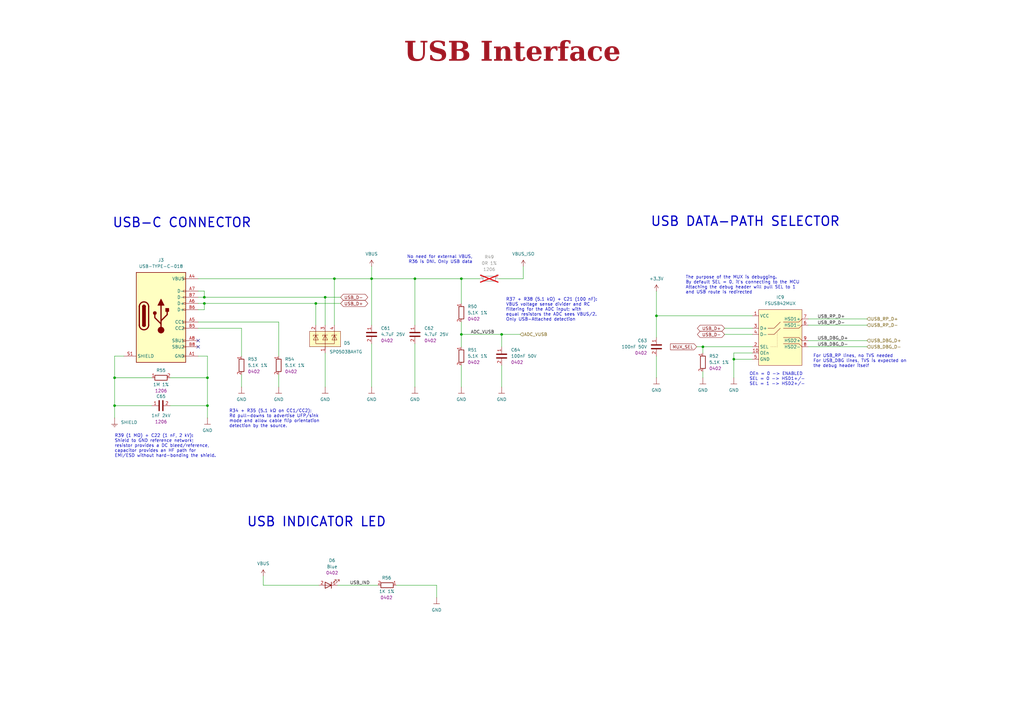
<source format=kicad_sch>
(kicad_sch (version 20250114) (generator "eeschema") (generator_version "9.0")
  (paper "A3")
  (title_block (title "USB Interface") (date "2026-02-05") (rev "1.0.0") (company "DvidMakesThings"))
  (lib_symbols
    (symbol "DS_Capacitor_0402:100nF 50V 0402"
      (property "Reference" "C" (at 3.81 2.032 0))
      (property "Value" "100nF 50V" (at 3.81 0 0))
      (property "FOOTPRINT_SHORT" "0402" (at 3.81 -2.032 0))
      (symbol "100nF 50V 0402_0_1"
        (polyline (pts (xy -2.032 0.762) (xy 2.032 0.762)) (stroke (width 0.508)))
        (polyline (pts (xy -2.032 -0.762) (xy 2.032 -0.762)) (stroke (width 0.508)))
      )
      (symbol "100nF 50V 0402_1_1"
        (pin passive line (at 0 3.81 270) (length 2.794) (name "~") (number "1"))
        (pin passive line (at 0 -3.81 90) (length 2.794) (name "~") (number "2"))
      )
    )
    (symbol "DS_Capacitor_0402:4.7uF 25V 0402"
      (property "Reference" "C" (at 3.81 2.032 0))
      (property "Value" "4.7uF 25V" (at 3.81 0 0))
      (property "FOOTPRINT_SHORT" "0402" (at 3.81 -2.032 0))
      (symbol "4.7uF 25V 0402_0_1"
        (polyline (pts (xy -2.032 0.762) (xy 2.032 0.762)) (stroke (width 0.508)))
        (polyline (pts (xy -2.032 -0.762) (xy 2.032 -0.762)) (stroke (width 0.508)))
      )
      (symbol "4.7uF 25V 0402_1_1"
        (pin passive line (at 0 3.81 270) (length 2.794) (name "~") (number "1"))
        (pin passive line (at 0 -3.81 90) (length 2.794) (name "~") (number "2"))
      )
    )
    (symbol "DS_Capacitor_1206:1nF 2kV 1206"
      (property "Reference" "C" (at 3.81 2.032 0))
      (property "Value" "1nF 2kV" (at 3.81 0 0))
      (property "FOOTPRINT_SHORT" "1206" (at 3.81 -2.032 0))
      (symbol "1nF 2kV 1206_0_1"
        (polyline (pts (xy -2.032 0.762) (xy 2.032 0.762)) (stroke (width 0.508)))
        (polyline (pts (xy -2.032 -0.762) (xy 2.032 -0.762)) (stroke (width 0.508)))
      )
      (symbol "1nF 2kV 1206_1_1"
        (pin passive line (at 0 3.81 270) (length 2.794) (name "~") (number "1"))
        (pin passive line (at 0 -3.81 90) (length 2.794) (name "~") (number "2"))
      )
    )
    (symbol "DS_Connector:USB-C"
      (property "Reference" "J" (at -6.35 20.828 0))
      (property "Value" "USB-TYPE-C-018" (at -6.604 -19.558 0))
      (symbol "USB-C_0_0"
        (rectangle (start 10.16 16.764) (end 9.144 16.256))
        (rectangle (start 10.16 11.684) (end 9.144 11.176))
        (rectangle (start 10.16 9.144) (end 9.144 8.636))
        (rectangle (start 10.16 6.604) (end 9.144 6.096))
        (rectangle (start 10.16 4.064) (end 9.144 3.556))
        (rectangle (start 10.16 -1.016) (end 9.144 -1.524))
        (rectangle (start 10.16 -3.556) (end 9.144 -4.064))
        (rectangle (start 10.16 -8.636) (end 9.144 -9.144))
        (rectangle (start 10.16 -11.176) (end 9.144 -11.684))
        (rectangle (start 10.16 -15.494) (end 9.144 -14.986))
      )
      (symbol "USB-C_0_1"
        (rectangle (start -10.16 19.05) (end 10.16 -17.78) (stroke (width 0.254)) (fill (type background)))
        (polyline (pts (xy -8.89 -2.54) (xy -8.89 5.08)) (stroke (width 0.508)))
        (rectangle (start -7.62 -2.54) (end -6.35 5.08) (stroke (width 0.254)) (fill (type outline)))
        (arc (start -7.62 5.08) (mid -6.985 5.7123) (end -6.35 5.08) (stroke (width 0.254)))
        (arc (start -7.62 5.08) (mid -6.985 5.7123) (end -6.35 5.08) (stroke (width 0.254)) (fill (type outline)))
        (arc (start -8.89 5.08) (mid -6.985 6.9767) (end -5.08 5.08) (stroke (width 0.508)))
        (arc (start -5.08 -2.54) (mid -6.985 -4.4367) (end -8.89 -2.54) (stroke (width 0.508)))
        (arc (start -6.35 -2.54) (mid -6.985 -3.1723) (end -7.62 -2.54) (stroke (width 0.254)))
        (arc (start -6.35 -2.54) (mid -6.985 -3.1723) (end -7.62 -2.54) (stroke (width 0.254)) (fill (type outline)))
        (polyline (pts (xy -5.08 5.08) (xy -5.08 -2.54)) (stroke (width 0.508)))
        (circle (center -2.54 2.413) (radius 0.635) (stroke (width 0.254)) (fill (type outline)))
        (polyline (pts (xy -1.27 5.588) (xy 0 8.128) (xy 1.27 5.588) (xy -1.27 5.588)) (stroke (width 0.254)) (fill (type outline)))
        (polyline (pts (xy 0 -0.762) (xy 2.54 1.778) (xy 2.54 3.048)) (stroke (width 0.508)))
        (polyline (pts (xy 0 -2.032) (xy -2.54 0.508) (xy -2.54 1.778)) (stroke (width 0.508)))
        (polyline (pts (xy 0 -4.572) (xy 0 5.588)) (stroke (width 0.508)))
        (circle (center 0 -4.572) (radius 1.27) (fill (type outline)))
        (rectangle (start 1.905 3.048) (end 3.175 4.318) (stroke (width 0.254)) (fill (type outline)))
      )
      (symbol "USB-C_1_1"
        (pin passive line (at -15.24 -15.24 0) (length 5.08) (name "SHIELD") (number "S1"))
        (pin passive line (at 15.24 16.51 180) (length 5.08) (name "VBUS") (number "A4"))
        (pin passive line (at 15.24 16.51 180) (length 5.08) (hide yes) (name "VBUS") (number "A9"))
        (pin passive line (at 15.24 16.51 180) (length 5.08) (hide yes) (name "VBUS") (number "B4"))
        (pin passive line (at 15.24 16.51 180) (length 5.08) (hide yes) (name "VBUS") (number "B9"))
        (pin bidirectional line (at 15.24 11.43 180) (length 5.08) (name "D-") (number "A7"))
        (pin bidirectional line (at 15.24 8.89 180) (length 5.08) (name "D-") (number "B7"))
        (pin bidirectional line (at 15.24 6.35 180) (length 5.08) (name "D+") (number "A6"))
        (pin bidirectional line (at 15.24 3.81 180) (length 5.08) (name "D+") (number "B6"))
        (pin bidirectional line (at 15.24 -1.27 180) (length 5.08) (name "CC1") (number "A5"))
        (pin bidirectional line (at 15.24 -3.81 180) (length 5.08) (name "CC2") (number "B5"))
        (pin bidirectional line (at 15.24 -8.89 180) (length 5.08) (name "SBU1") (number "A8"))
        (pin bidirectional line (at 15.24 -11.43 180) (length 5.08) (name "SBU2") (number "B8"))
        (pin passive line (at 15.24 -15.24 180) (length 5.08) (name "GND") (number "A1"))
        (pin passive line (at 15.24 -15.24 180) (length 5.08) (hide yes) (name "GND") (number "A12"))
        (pin passive line (at 15.24 -15.24 180) (length 5.08) (hide yes) (name "GND") (number "B1"))
        (pin passive line (at 15.24 -15.24 180) (length 5.08) (hide yes) (name "GND") (number "B12"))
      )
    )
    (symbol "DS_Diode:SP0503BAHTG"
      (property "Reference" "D" (at 7.112 -0.762 0))
      (property "Value" "SP0503BAHTG" (at 6.858 -3.048 0))
      (symbol "SP0503BAHTG_0_1"
        (polyline (pts (xy -3.81 1.27) (xy -3.81 2.54) (xy -3.81 0)))
        (polyline (pts (xy -3.81 1.016) (xy -3.81 -1.016)))
        (polyline (pts (xy -3.81 0) (xy -3.81 -2.54) (xy 3.81 -2.54) (xy 3.81 0)))
        (polyline (pts (xy -2.794 1.016) (xy -4.826 1.016) (xy -4.826 0.508)))
        (polyline (pts (xy -2.794 -1.016) (xy -3.81 1.016) (xy -4.826 -1.016) (xy -2.794 -1.016)))
        (polyline (pts (xy 0 1.016) (xy 0 -1.016)))
        (polyline (pts (xy 0 0) (xy 0 2.54)))
        (polyline (pts (xy 0 -2.54) (xy 0 0)))
        (polyline (pts (xy 0 -5.08) (xy 0 -2.54)))
        (polyline (pts (xy 1.016 1.016) (xy -1.016 1.016) (xy -1.016 0.508)))
        (polyline (pts (xy 1.016 -1.016) (xy 0 1.016) (xy -1.016 -1.016) (xy 1.016 -1.016)))
        (polyline (pts (xy 3.81 1.016) (xy 3.81 -1.016)))
        (polyline (pts (xy 3.81 0) (xy 3.81 2.54)))
        (polyline (pts (xy 4.826 1.016) (xy 2.794 1.016) (xy 2.794 0.508)))
        (polyline (pts (xy 4.826 -1.016) (xy 3.81 1.016) (xy 2.794 -1.016) (xy 4.826 -1.016)))
      )
      (symbol "SP0503BAHTG_1_1"
        (rectangle (start -6.35 2.54) (end 6.35 -3.81) (fill (type color) (color 255 255 195 1)))
        (pin passive line (at -3.81 5.08 270) (length 2.54) (name "") (number "2"))
        (pin passive line (at 0 5.08 270) (length 2.54) (name "") (number "3"))
        (pin passive line (at 0 -6.35 90) (length 2.54) (name "") (number "1"))
        (pin passive line (at 3.81 5.08 270) (length 2.54) (name "") (number "4"))
      )
    )
    (symbol "DS_Opto:Blue 0402"
      (property "Reference" "D" (at -1.27 5.08 0))
      (property "Value" "Blue" (at -1.27 2.794 0))
      (property "Size" "0402" (at -1.016 -3.302 0))
      (symbol "Blue 0402_0_1"
        (polyline (pts (xy -3.048 -0.762) (xy -4.572 -2.286) (xy -3.81 -2.286) (xy -4.572 -2.286) (xy -4.572 -1.524)))
        (polyline (pts (xy -1.778 -0.762) (xy -3.302 -2.286) (xy -2.54 -2.286) (xy -3.302 -2.286) (xy -3.302 -1.524)))
        (polyline (pts (xy -1.27 0) (xy 1.27 0)))
        (polyline (pts (xy -1.27 -1.27) (xy -1.27 1.27)) (stroke (width 0.254)))
        (polyline (pts (xy 1.27 -1.27) (xy 1.27 1.27) (xy -1.27 0) (xy 1.27 -1.27)) (stroke (width 0.254)))
      )
      (symbol "Blue 0402_1_1"
        (pin passive line (at -3.81 0 0) (length 2.54) (name "") (number "1"))
        (pin passive line (at 3.81 0 180) (length 2.54) (name "") (number "2"))
      )
    )
    (symbol "DS_Peripherals:FSUSB42MUX"
      (property "Reference" "IC" (at -7.874 14.986 0))
      (property "Value" "FSUSB42MUX" (at -0.254 -11.938 0))
      (symbol "FSUSB42MUX_0_1"
        (rectangle (start -8.89 12.7) (end 8.89 -10.16) (fill (type background)))
        (polyline (pts (xy -5.08 5.08) (xy -2.54 5.08) (xy 0 7.62)))
        (polyline (pts (xy -5.08 2.54) (xy -2.54 2.54) (xy 0 5.08)))
        (polyline (pts (xy -3.81 -2.54) (xy -1.27 -2.54) (xy -1.27 3.81)) (stroke (width 0) (type dot)))
        (polyline (pts (xy 1.27 7.62) (xy 7.62 7.62) (xy 8.89 8.89)))
        (polyline (pts (xy 1.27 5.08) (xy 7.62 5.08) (xy 8.89 6.35)))
        (polyline (pts (xy 1.27 1.27) (xy 7.62 1.27) (xy 8.89 0)))
        (polyline (pts (xy 1.27 -1.27) (xy 7.62 -1.27) (xy 8.89 -2.54)))
      )
      (symbol "FSUSB42MUX_1_1"
        (pin power_in line (at -11.43 10.16 0) (length 2.54) (name "VCC") (number "1"))
        (pin bidirectional line (at -11.43 5.08 0) (length 2.54) (name "D+") (number "3"))
        (pin bidirectional line (at -11.43 2.54 0) (length 2.54) (name "D-") (number "4"))
        (pin input line (at -11.43 -2.54 0) (length 2.54) (name "SEL") (number "2"))
        (pin input line (at -11.43 -5.08 0) (length 2.54) (name "OEn") (number "10"))
        (pin power_in line (at -11.43 -7.62 0) (length 2.54) (name "GND") (number "5"))
        (pin bidirectional line (at 11.43 8.89 180) (length 2.54) (name "HSD1+") (number "7"))
        (pin bidirectional line (at 11.43 6.35 180) (length 2.54) (name "HSD1-") (number "6"))
        (pin bidirectional line (at 11.43 0 180) (length 2.54) (name "HSD2+") (number "9"))
        (pin bidirectional line (at 11.43 -2.54 180) (length 2.54) (name "HSD2-") (number "8"))
      )
    )
    (symbol "DS_Resistor_0402:1K 1% 0402"
      (property "Reference" "R" (at 2.032 2.032 0))
      (property "Value" "1K 1%" (at 2.032 0 0))
      (property "FOOTPRINT_SHORT" "0402" (at 2.032 -2.032 0))
      (symbol "1K 1% 0402_0_1"
        (rectangle (start -1.016 2.54) (end 1.016 -2.54) (stroke (width 0.254)))
      )
      (symbol "1K 1% 0402_1_1"
        (pin passive line (at 0 3.81 270) (length 1.27) (name "~") (number "1"))
        (pin passive line (at 0 -3.81 90) (length 1.27) (name "~") (number "2"))
      )
    )
    (symbol "DS_Resistor_0402:5.1K 1% 0402"
      (property "Reference" "R" (at 2.032 2.032 0))
      (property "Value" "5.1K 1%" (at 2.032 0 0))
      (property "FOOTPRINT_SHORT" "0402" (at 2.032 -2.032 0))
      (symbol "5.1K 1% 0402_0_1"
        (rectangle (start -1.016 2.54) (end 1.016 -2.54) (stroke (width 0.254)))
      )
      (symbol "5.1K 1% 0402_1_1"
        (pin passive line (at 0 3.81 270) (length 1.27) (name "~") (number "1"))
        (pin passive line (at 0 -3.81 90) (length 1.27) (name "~") (number "2"))
      )
    )
    (symbol "DS_Resistor_1206:0R 1% 1206"
      (property "Reference" "R" (at 2.032 2.032 0))
      (property "Value" "0R 1%" (at 2.032 0 0))
      (property "FOOTPRINT_SHORT" "1206" (at 2.032 -2.032 0))
      (symbol "0R 1% 1206_0_1"
        (rectangle (start -1.016 2.54) (end 1.016 -2.54) (stroke (width 0.254)))
      )
      (symbol "0R 1% 1206_1_1"
        (pin passive line (at 0 3.81 270) (length 1.27) (name "~") (number "1"))
        (pin passive line (at 0 -3.81 90) (length 1.27) (name "~") (number "2"))
      )
    )
    (symbol "DS_Resistor_1206:1M 1% 1206"
      (property "Reference" "R" (at 2.032 2.032 0))
      (property "Value" "1M 1%" (at 2.032 0 0))
      (property "FOOTPRINT_SHORT" "1206" (at 2.032 -2.032 0))
      (symbol "1M 1% 1206_0_1"
        (rectangle (start -1.016 2.54) (end 1.016 -2.54) (stroke (width 0.254)))
      )
      (symbol "1M 1% 1206_1_1"
        (pin passive line (at 0 3.81 270) (length 1.27) (name "~") (number "1"))
        (pin passive line (at 0 -3.81 90) (length 1.27) (name "~") (number "2"))
      )
    )
    (symbol "DS_Supply:GND" (power) (pin_numbers (hide yes)) (pin_names (offset 0) (hide yes))
      (property "Value" "GND" (at 0 -3.81 0))
      (symbol "GND_0_1"
        (polyline (pts (xy 0 0) (xy 0 -2.54) (xy 1.27 -2.54) (xy 0 -2.54) (xy -1.27 -2.54) (xy 0 -2.54)))
      )
      (symbol "GND_1_1"
        (pin power_in line (at 0 0 270) (length 0) (name "~") (number "1"))
      )
    )
    (symbol "DS_Supply:SHIELD" (power) (pin_numbers (hide yes)) (pin_names (offset 0) (hide yes)) (in_bom no) (on_board no)
      (property "Value" "SHIELD" (at 0 -4.064 0))
      (symbol "SHIELD_0_1"
        (polyline (pts (xy -0.762 -1.778) (xy 0.762 -1.778)))
        (polyline (pts (xy -0.254 -2.286) (xy 0.254 -2.286)))
        (polyline (pts (xy 0 1.27) (xy 0 -1.27)))
        (polyline (pts (xy 0 -1.27) (xy -1.27 -1.27)))
        (polyline (pts (xy 1.27 -1.27) (xy 0 -1.27)))
      )
      (symbol "SHIELD_1_1"
        (pin power_in line (at 0 1.27 270) (length 0) (name "~") (number "1"))
      )
    )
    (symbol "power:+3.3V" (power) (pin_numbers (hide yes)) (pin_names (offset 0) (hide yes))
      (property "Value" "+3.3V" (at 0 3.556 0))
      (symbol "+3.3V_0_1"
        (polyline (pts (xy -0.762 1.27) (xy 0 2.54)))
        (polyline (pts (xy 0 2.54) (xy 0.762 1.27)))
        (polyline (pts (xy 0 0) (xy 0 2.54)))
      )
      (symbol "+3.3V_1_1"
        (pin power_in line (at 0 0 90) (length 0) (name "~") (number "1"))
      )
    )
    (symbol "power:VBUS" (power) (pin_numbers (hide yes)) (pin_names (offset 0) (hide yes))
      (property "Value" "VBUS" (at 0 3.556 0))
      (symbol "VBUS_0_1"
        (polyline (pts (xy -0.762 1.27) (xy 0 2.54)))
        (polyline (pts (xy 0 2.54) (xy 0.762 1.27)))
        (polyline (pts (xy 0 0) (xy 0 2.54)))
      )
      (symbol "VBUS_1_1"
        (pin power_in line (at 0 0 90) (length 0) (name "~") (number "1"))
      )
    )
  )
  (text "USB DATA-PATH SELECTOR" (at 266.7 90.932 0) (effects (font (size 3.81 3.81) (thickness 0.508) (bold yes)) (justify left)))
  (text "R39 (1 MΩ) + C22 (1 nF, 2 kV): \nShield to GND reference network; \nresistor provides a DC bleed/reference, \ncapacitor provides an HF path for \nEMI/ESD without hard-bonding the shield." (at 46.99 182.88 0) (effects (font (size 1.27 1.27)) (justify left)))
  (text "USB-C CONNECTOR" (at 45.974 91.44 0) (effects (font (size 3.81 3.81) (thickness 0.508) (bold yes)) (justify left)))
  (text "USB INDICATOR LED" (at 101.092 214.122 0) (effects (font (size 3.81 3.81) (thickness 0.508) (bold yes)) (justify left)))
  (text "R34 + R35 (5.1 kΩ on CC1/CC2): \nRd pull-downs to advertise UFP/sink \nmode and allow cable flip orientation \ndetection by the source." (at 93.98 171.704 0) (effects (font (size 1.27 1.27)) (justify left)))
  (text "The purpose of the MUX is debugging.\nBy default SEL = 0, it's connecting to the MCU\nAttaching the debug header will pull SEL to 1\nand USB route is redirected" (at 281.178 116.84 0) (effects (font (size 1.27 1.27)) (justify left)))
  (text "No need for external VBUS,\nR36 is DNI. Only USB data" (at 193.802 106.426 0) (effects (font (size 1.27 1.27)) (justify right)))
  (text "OEn = 0 -> ENABLED\nSEL = 0 -> HSD1+/-\nSEL = 1 -> HSD2+/-" (at 307.34 155.448 0) (effects (font (size 1.27 1.27)) (justify left)))
  (text "For USB_RP lines, no TVS needed\nFor USB_DBG lines, TVS is expected on\nthe debug header itself" (at 333.502 148.082 0) (effects (font (size 1.27 1.27)) (justify left)))
  (text "R37 + R38 (5.1 kΩ) + C21 (100 nF): \nVBUS voltage sense divider and RC \nfiltering for the ADC input; with \nequal resistors the ADC sees VBUS/2.\nOnly USB-Attached detection" (at 207.518 127 0) (effects (font (size 1.27 1.27)) (justify left)))
  (text_box "USB Interface" (at 12.7 15.24 0) (size 394.97 12.7) (margins 5.9999 5.9999 5.9999 5.9999) (stroke (width -0.0001)) (effects (font (size 8 8) (thickness 1.2) (bold yes))))
  (junction (at 46.99 154.94))
  (junction (at 300.99 147.32))
  (junction (at 46.99 166.37))
  (junction (at 137.16 114.3))
  (junction (at 269.24 129.54))
  (junction (at 85.09 166.37))
  (junction (at 129.54 124.46))
  (junction (at 189.23 114.3))
  (junction (at 205.74 137.16))
  (junction (at 152.4 114.3))
  (junction (at 170.18 114.3))
  (junction (at 133.35 121.92))
  (junction (at 83.82 121.92))
  (junction (at 288.29 142.24))
  (junction (at 83.82 124.46))
  (junction (at 189.23 137.16))
  (junction (at 85.09 154.94))
  (no_connect (at 81.28 139.7))
  (no_connect (at 81.28 142.24))
  (wire (pts (xy 137.16 114.3) (xy 137.16 133.35)))
  (wire (pts (xy 107.95 240.03) (xy 107.95 236.22)))
  (wire (pts (xy 81.28 134.62) (xy 99.06 134.62)))
  (wire (pts (xy 50.8 146.05) (xy 46.99 146.05)))
  (wire (pts (xy 133.35 121.92) (xy 133.35 133.35)))
  (wire (pts (xy 170.18 158.75) (xy 170.18 140.97)))
  (wire (pts (xy 300.99 147.32) (xy 300.99 154.94)))
  (wire (pts (xy 85.09 154.94) (xy 85.09 166.37)))
  (wire (pts (xy 133.35 121.92) (xy 139.7 121.92)))
  (wire (pts (xy 46.99 154.94) (xy 46.99 166.37)))
  (wire (pts (xy 130.81 240.03) (xy 107.95 240.03)))
  (wire (pts (xy 152.4 109.22) (xy 152.4 114.3)))
  (wire (pts (xy 69.85 166.37) (xy 85.09 166.37)))
  (wire (pts (xy 189.23 142.24) (xy 189.23 137.16)))
  (wire (pts (xy 214.63 109.22) (xy 214.63 114.3)))
  (wire (pts (xy 138.43 240.03) (xy 154.94 240.03)))
  (wire (pts (xy 189.23 114.3) (xy 189.23 124.46)))
  (wire (pts (xy 189.23 158.75) (xy 189.23 149.86)))
  (wire (pts (xy 331.47 139.7) (xy 355.6 139.7)))
  (wire (pts (xy 46.99 146.05) (xy 46.99 154.94)))
  (wire (pts (xy 288.29 142.24) (xy 288.29 144.78)))
  (wire (pts (xy 152.4 114.3) (xy 137.16 114.3)))
  (wire (pts (xy 269.24 129.54) (xy 308.61 129.54)))
  (wire (pts (xy 81.28 146.05) (xy 85.09 146.05)))
  (wire (pts (xy 297.18 134.62) (xy 308.61 134.62)))
  (wire (pts (xy 152.4 158.75) (xy 152.4 140.97)))
  (wire (pts (xy 99.06 158.75) (xy 99.06 153.67)))
  (wire (pts (xy 81.28 127) (xy 83.82 127)))
  (wire (pts (xy 81.28 132.08) (xy 114.3 132.08)))
  (wire (pts (xy 308.61 144.78) (xy 300.99 144.78)))
  (wire (pts (xy 46.99 166.37) (xy 62.23 166.37)))
  (wire (pts (xy 170.18 114.3) (xy 189.23 114.3)))
  (wire (pts (xy 83.82 121.92) (xy 133.35 121.92)))
  (wire (pts (xy 297.18 137.16) (xy 308.61 137.16)))
  (wire (pts (xy 69.85 154.94) (xy 85.09 154.94)))
  (wire (pts (xy 331.47 142.24) (xy 355.6 142.24)))
  (wire (pts (xy 300.99 147.32) (xy 308.61 147.32)))
  (wire (pts (xy 189.23 137.16) (xy 205.74 137.16)))
  (wire (pts (xy 85.09 166.37) (xy 85.09 171.45)))
  (wire (pts (xy 269.24 119.38) (xy 269.24 129.54)))
  (wire (pts (xy 205.74 137.16) (xy 205.74 142.24)))
  (wire (pts (xy 285.75 142.24) (xy 288.29 142.24)))
  (wire (pts (xy 81.28 119.38) (xy 83.82 119.38)))
  (wire (pts (xy 204.47 114.3) (xy 214.63 114.3)))
  (wire (pts (xy 189.23 137.16) (xy 189.23 132.08)))
  (wire (pts (xy 331.47 130.81) (xy 355.6 130.81)))
  (wire (pts (xy 205.74 158.75) (xy 205.74 149.86)))
  (wire (pts (xy 133.35 158.75) (xy 133.35 144.78)))
  (wire (pts (xy 269.24 154.94) (xy 269.24 146.05)))
  (wire (pts (xy 179.07 240.03) (xy 179.07 245.11)))
  (wire (pts (xy 170.18 114.3) (xy 152.4 114.3)))
  (wire (pts (xy 288.29 154.94) (xy 288.29 152.4)))
  (wire (pts (xy 300.99 144.78) (xy 300.99 147.32)))
  (wire (pts (xy 152.4 133.35) (xy 152.4 114.3)))
  (wire (pts (xy 114.3 158.75) (xy 114.3 153.67)))
  (wire (pts (xy 170.18 133.35) (xy 170.18 114.3)))
  (wire (pts (xy 269.24 138.43) (xy 269.24 129.54)))
  (wire (pts (xy 99.06 134.62) (xy 99.06 146.05)))
  (wire (pts (xy 114.3 132.08) (xy 114.3 146.05)))
  (wire (pts (xy 129.54 124.46) (xy 139.7 124.46)))
  (wire (pts (xy 46.99 154.94) (xy 62.23 154.94)))
  (wire (pts (xy 83.82 124.46) (xy 129.54 124.46)))
  (wire (pts (xy 81.28 124.46) (xy 83.82 124.46)))
  (wire (pts (xy 129.54 124.46) (xy 129.54 133.35)))
  (wire (pts (xy 81.28 121.92) (xy 83.82 121.92)))
  (wire (pts (xy 46.99 166.37) (xy 46.99 171.45)))
  (wire (pts (xy 83.82 119.38) (xy 83.82 121.92)))
  (wire (pts (xy 81.28 114.3) (xy 137.16 114.3)))
  (wire (pts (xy 308.61 142.24) (xy 288.29 142.24)))
  (wire (pts (xy 85.09 146.05) (xy 85.09 154.94)))
  (wire (pts (xy 83.82 127) (xy 83.82 124.46)))
  (wire (pts (xy 205.74 137.16) (xy 213.36 137.16)))
  (wire (pts (xy 189.23 114.3) (xy 196.85 114.3)))
  (wire (pts (xy 162.56 240.03) (xy 179.07 240.03)))
  (wire (pts (xy 331.47 133.35) (xy 355.6 133.35)))
  (label "USB_IND" (at 143.51 240.03 0))
  (label "USB_DBG_D+" (at 335.28 139.7 0))
  (label "USB_RP_D+" (at 335.28 130.81 0))
  (label "USB_DBG_D-" (at 335.28 142.24 0))
  (label "ADC_VUSB" (at 193.04 137.16 0))
  (label "USB_RP_D-" (at 335.28 133.35 0))
  (global_label "USB_D+" (shape bidirectional) (at 139.7 124.46 0) (property "Intersheetrefs" "${INTERSHEET_REFS}" (effects (hide yes))))
  (global_label "MUX_SEL" (shape input) (at 285.75 142.24 180) (property "Intersheetrefs" "${INTERSHEET_REFS}" (effects (hide yes))))
  (global_label "USB_D-" (shape bidirectional) (at 297.18 137.16 180) (property "Intersheetrefs" "${INTERSHEET_REFS}" (effects (hide yes))))
  (global_label "USB_D-" (shape bidirectional) (at 139.7 121.92 0) (property "Intersheetrefs" "${INTERSHEET_REFS}" (effects (hide yes))))
  (global_label "USB_D+" (shape bidirectional) (at 297.18 134.62 180) (property "Intersheetrefs" "${INTERSHEET_REFS}" (effects (hide yes))))
  (hierarchical_label "ADC_VUSB" (shape input) (at 213.36 137.16 0))
  (hierarchical_label "USB_RP_D-" (shape input) (at 355.6 133.35 0))
  (hierarchical_label "USB_RP_D+" (shape input) (at 355.6 130.81 0))
  (hierarchical_label "USB_DBG_D-" (shape input) (at 355.6 142.24 0))
  (hierarchical_label "USB_DBG_D+" (shape input) (at 355.6 139.7 0))
  (symbol (lib_id "power:VBUS") (at 107.95 236.22 0) (unit 1)
    (property "Reference" "#PWR0129" (effects (hide yes)))
    (property "Value" "VBUS" (at 107.95 231.14 0))
    (property "Description" "Power symbol creates a global label with name \"VBUS\"" (effects (hide yes)))
  )
  (symbol (lib_id "DS_Supply:GND") (at 133.35 158.75 0) (unit 1)
    (property "Reference" "#PWR0123" (effects (hide yes)))
    (property "Value" "GND" (at 133.35 163.83 0))
    (property "Description" "Power symbol creates a global label with name \"GND\" , ground" (effects (hide yes)))
  )
  (symbol (lib_id "DS_Supply:GND") (at 114.3 158.75 0) (unit 1)
    (property "Reference" "#PWR0122" (effects (hide yes)))
    (property "Value" "GND" (at 114.3 163.83 0))
    (property "Description" "Power symbol creates a global label with name \"GND\" , ground" (effects (hide yes)))
  )
  (symbol (lib_id "DS_Resistor_1206:1M 1% 1206") (at 66.04 154.94 90) (unit 1)
    (property "Reference" "R55" (at 66.04 151.892 90))
    (property "Value" "1M 1%" (at 66.04 157.734 90))
    (property "Footprint" "Resistor_SMD:R_1206_3216Metric" (effects (hide yes)))
    (property "Description" "250mW Thick Film Resistors 200V ±100ppm/℃ ±1% 1MΩ 1206 Chip Resistor - Surface Mount ROHS" (effects (hide yes)))
    (property "LCSC_PART" "C17927" (effects (hide yes)))
    (property "ROHS" "YES" (effects (hide yes)))
    (property "FOOTPRINT_SHORT" "1206" (at 66.04 160.274 90))
    (property "MFR" "Uniohm" (effects (hide yes)))
  )
  (symbol (lib_id "DS_Resistor_0402:5.1K 1% 0402") (at 189.23 128.27 0) (unit 1)
    (property "Reference" "R50" (at 191.77 125.7299 0) (effects (justify left)))
    (property "Value" "5.1K 1%" (at 191.77 128.2699 0) (effects (justify left)))
    (property "Footprint" "Resistor_SMD:R_0402_1005Metric" (effects (hide yes)))
    (property "Description" "62.5mW Thick Film Resistors 50V ±100ppm/℃ ±1% 5.1kΩ 0402 Chip Resistor - Surface Mount ROHS" (effects (hide yes)))
    (property "LCSC_PART" "C25905" (effects (hide yes)))
    (property "ROHS" "YES" (effects (hide yes)))
    (property "FOOTPRINT_SHORT" "0402" (at 191.77 130.8099 0) (effects (justify left)))
  )
  (symbol (lib_id "DS_Capacitor_1206:1nF 2kV 1206") (at 66.04 166.37 90) (unit 1)
    (property "Reference" "C65" (at 66.04 162.56 90))
    (property "Value" "1nF 2kV" (at 66.04 170.434 90))
    (property "Footprint" "Capacitor_SMD:C_1206_3216Metric" (effects (hide yes)))
    (property "Description" "Chip Capacitor (MLCC) 1206 1nF ±10% 2KV X7R" (effects (hide yes)))
    (property "FOOTPRINT_SHORT" "1206" (at 66.04 172.974 90))
    (property "ROHS" "YES" (effects (hide yes)))
    (property "LCSC_PART" "C173242" (effects (hide yes)))
    (property "MFR" "Johanson Dielectrics " (effects (hide yes)))
  )
  (symbol (lib_id "DS_Supply:GND") (at 170.18 158.75 0) (unit 1)
    (property "Reference" "#PWR0125" (effects (hide yes)))
    (property "Value" "GND" (at 170.18 163.83 0))
    (property "Description" "Power symbol creates a global label with name \"GND\" , ground" (effects (hide yes)))
  )
  (symbol (lib_id "DS_Connector:USB-C") (at 66.04 130.81 0) (unit 1)
    (property "Reference" "J3" (at 66.04 106.68 0))
    (property "Value" "USB-TYPE-C-018" (at 66.04 109.22 0))
    (property "Footprint" "DS_Connector:USB_C_Receptacle_HCTL_HC-TYPE-C-16P-01A" (effects (hide yes)))
    (property "Datasheet" "https://jlcpcb.com/api/file/downloadByFileSystemAccessId/8589041631273738240" (effects (hide yes)))
    (property "Description" "-25°C~+85°C 1 10,000 cycles 16P 3A 5V 7.35mm Female Surface Mount, Right Angle Type-C SMD USB Connectors ROHS" (effects (hide yes)))
    (property "LCSC_PART" "C2927038" (effects (hide yes)))
    (property "MPN" "USB-TYPE-C-018" (effects (hide yes)))
    (property "MFR" "DEALON" (effects (hide yes)))
    (property "ROHS" "YES" (effects (hide yes)))
  )
  (symbol (lib_id "DS_Resistor_0402:5.1K 1% 0402") (at 99.06 149.86 0) (unit 1)
    (property "Reference" "R53" (at 101.6 147.3199 0) (effects (justify left)))
    (property "Value" "5.1K 1%" (at 101.6 149.8599 0) (effects (justify left)))
    (property "Footprint" "Resistor_SMD:R_0402_1005Metric" (effects (hide yes)))
    (property "Description" "62.5mW Thick Film Resistors 50V ±100ppm/℃ ±1% 5.1kΩ 0402 Chip Resistor - Surface Mount ROHS" (effects (hide yes)))
    (property "LCSC_PART" "C25905" (effects (hide yes)))
    (property "ROHS" "YES" (effects (hide yes)))
    (property "FOOTPRINT_SHORT" "0402" (at 101.6 152.3999 0) (effects (justify left)))
  )
  (symbol (lib_id "DS_Capacitor_0402:100nF 50V 0402") (at 205.74 146.05 0) (unit 1)
    (property "Reference" "C64" (at 209.55 143.5099 0) (effects (justify left)))
    (property "Value" "100nF 50V" (at 209.55 146.0499 0) (effects (justify left)))
    (property "Footprint" "Capacitor_SMD:C_0402_1005Metric" (effects (hide yes)))
    (property "Description" "50V 100nF X7R ±10% 0402 Multilayer Ceramic Capacitors MLCC - SMD/SMT ROHS" (effects (hide yes)))
    (property "FOOTPRINT_SHORT" "0402" (at 209.55 148.5899 0) (effects (justify left)))
    (property "ROHS" "YES" (effects (hide yes)))
    (property "LCSC_PART" "C307331" (effects (hide yes)))
  )
  (symbol (lib_id "DS_Supply:GND") (at 269.24 154.94 0) (mirror y) (unit 1)
    (property "Reference" "#PWR0118" (effects (hide yes)))
    (property "Value" "GND" (at 269.24 160.02 0))
    (property "Description" "Power symbol creates a global label with name \"GND\" , ground" (effects (hide yes)))
  )
  (symbol (lib_id "DS_Resistor_0402:5.1K 1% 0402") (at 189.23 146.05 0) (unit 1)
    (property "Reference" "R51" (at 191.77 143.5099 0) (effects (justify left)))
    (property "Value" "5.1K 1%" (at 191.77 146.0499 0) (effects (justify left)))
    (property "Footprint" "Resistor_SMD:R_0402_1005Metric" (effects (hide yes)))
    (property "Description" "62.5mW Thick Film Resistors 50V ±100ppm/℃ ±1% 5.1kΩ 0402 Chip Resistor - Surface Mount ROHS" (effects (hide yes)))
    (property "LCSC_PART" "C25905" (effects (hide yes)))
    (property "ROHS" "YES" (effects (hide yes)))
    (property "FOOTPRINT_SHORT" "0402" (at 191.77 148.5899 0) (effects (justify left)))
  )
  (symbol (lib_id "DS_Resistor_1206:0R 1% 1206") (at 200.66 114.3 90) (unit 1) (in_bom no) (dnp yes)
    (property "Reference" "R49" (at 200.66 105.41 90))
    (property "Value" "0R 1%" (at 200.66 107.95 90))
    (property "Footprint" "Resistor_SMD:R_1206_3216Metric" (effects (hide yes)))
    (property "Description" "250mW Thick Film Resistors ±100ppm/℃ ±1% 30.9kΩ 1206 Chip Resistor - Surface Mount ROHS" (effects (hide yes)))
    (property "LCSC_PART" "C205296" (effects (hide yes)))
    (property "ROHS" "YES" (effects (hide yes)))
    (property "FOOTPRINT_SHORT" "1206" (at 200.66 110.49 90))
    (property "MFR" "RALEC" (effects (hide yes)))
  )
  (symbol (lib_id "power:+3.3V") (at 269.24 119.38 0) (unit 1)
    (property "Reference" "#PWR0117" (effects (hide yes)))
    (property "Value" "+3.3V" (at 269.24 114.3 0))
    (property "Description" "Power symbol creates a global label with name \"+3.3V\"" (effects (hide yes)))
  )
  (symbol (lib_id "DS_Capacitor_0402:4.7uF 25V 0402") (at 170.18 137.16 0) (unit 1)
    (property "Reference" "C62" (at 173.99 134.6199 0) (effects (justify left)))
    (property "Value" "4.7uF 25V" (at 173.99 137.1599 0) (effects (justify left)))
    (property "Footprint" "Capacitor_SMD:C_0402_1005Metric" (effects (hide yes)))
    (property "Description" "25V 4.7uF X5R ±20% 0402 Multilayer Ceramic Capacitors MLCC - SMD/SMT ROHS" (effects (hide yes)))
    (property "FOOTPRINT_SHORT" "0402" (at 173.99 139.6999 0) (effects (justify left)))
    (property "ROHS" "YES" (effects (hide yes)))
    (property "LCSC_PART" "C22367824" (effects (hide yes)))
    (property "MFR" "Murata" (effects (hide yes)))
  )
  (symbol (lib_id "DS_Resistor_0402:5.1K 1% 0402") (at 114.3 149.86 0) (unit 1)
    (property "Reference" "R54" (at 116.84 147.3199 0) (effects (justify left)))
    (property "Value" "5.1K 1%" (at 116.84 149.8599 0) (effects (justify left)))
    (property "Footprint" "Resistor_SMD:R_0402_1005Metric" (effects (hide yes)))
    (property "Description" "62.5mW Thick Film Resistors 50V ±100ppm/℃ ±1% 5.1kΩ 0402 Chip Resistor - Surface Mount ROHS" (effects (hide yes)))
    (property "LCSC_PART" "C25905" (effects (hide yes)))
    (property "ROHS" "YES" (effects (hide yes)))
    (property "FOOTPRINT_SHORT" "0402" (at 116.84 152.3999 0) (effects (justify left)))
  )
  (symbol (lib_id "DS_Supply:GND") (at 99.06 158.75 0) (unit 1)
    (property "Reference" "#PWR0121" (effects (hide yes)))
    (property "Value" "GND" (at 99.06 163.83 0))
    (property "Description" "Power symbol creates a global label with name \"GND\" , ground" (effects (hide yes)))
  )
  (symbol (lib_id "DS_Diode:SP0503BAHTG") (at 133.35 138.43 0) (unit 1)
    (property "Reference" "D5" (at 140.97 140.716 0) (effects (justify left)))
    (property "Value" "SP0503BAHTG" (at 135.128 144.272 0) (effects (justify left)))
    (property "Footprint" "DS_Diode:SOT143" (effects (hide yes)))
    (property "Datasheet" "https://www.littelfuse.com/assetdocs/tvs-diode-array-spasp050xba-lead-freegreen-datasheet?assetguid=15a03de1-f0c6-457a-95f1-55d449fdd756" (effects (hide yes)))
    (property "Description" "10A@8/20us 14V 150W@8/20us 30pF SOT-143 ESD and Surge Protection (TVS/ESD) ROHS" (effects (hide yes)))
    (property "MPN" "SP0503BAHTG" (effects (hide yes)))
    (property "MFR" "TECH PUBLIC" (effects (hide yes)))
    (property "LCSC_PART" "C3040626" (effects (hide yes)))
    (property "ROHS" "YES" (effects (hide yes)))
  )
  (symbol (lib_id "DS_Supply:GND") (at 189.23 158.75 0) (unit 1)
    (property "Reference" "#PWR0126" (effects (hide yes)))
    (property "Value" "GND" (at 189.23 163.83 0))
    (property "Description" "Power symbol creates a global label with name \"GND\" , ground" (effects (hide yes)))
  )
  (symbol (lib_id "DS_Resistor_0402:1K 1% 0402") (at 158.75 240.03 270) (unit 1)
    (property "Reference" "R56" (at 160.528 236.982 90) (effects (justify right)))
    (property "Value" "1K 1%" (at 161.798 242.57 90) (effects (justify right)))
    (property "Footprint" "Resistor_SMD:R_0402_1005Metric" (effects (hide yes)))
    (property "Description" "62.5mW Thick Film Resistors 50V ±100ppm/℃ ±1% 1kΩ 0402 Chip Resistor - Surface Mount ROHS" (effects (hide yes)))
    (property "LCSC_PART" "C11702" (effects (hide yes)))
    (property "ROHS" "YES" (effects (hide yes)))
    (property "FOOTPRINT_SHORT" "0402" (at 161.036 245.11 90) (effects (justify right)))
    (property "MFR" "FH" (effects (hide yes)))
  )
  (symbol (lib_id "DS_Resistor_0402:5.1K 1% 0402") (at 288.29 148.59 0) (unit 1)
    (property "Reference" "R52" (at 290.83 146.0499 0) (effects (justify left)))
    (property "Value" "5.1K 1%" (at 290.83 148.5899 0) (effects (justify left)))
    (property "Footprint" "Resistor_SMD:R_0402_1005Metric" (effects (hide yes)))
    (property "Description" "62.5mW Thick Film Resistors 50V ±100ppm/℃ ±1% 5.1kΩ 0402 Chip Resistor - Surface Mount ROHS" (effects (hide yes)))
    (property "LCSC_PART" "C25905" (effects (hide yes)))
    (property "ROHS" "YES" (effects (hide yes)))
    (property "FOOTPRINT_SHORT" "0402" (at 290.83 151.1299 0) (effects (justify left)))
  )
  (symbol (lib_id "DS_Capacitor_0402:100nF 50V 0402") (at 269.24 142.24 0) (mirror y) (unit 1)
    (property "Reference" "C63" (at 265.43 139.6999 0) (effects (justify left)))
    (property "Value" "100nF 50V" (at 265.43 142.2399 0) (effects (justify left)))
    (property "Footprint" "Capacitor_SMD:C_0402_1005Metric" (effects (hide yes)))
    (property "Description" "50V 100nF X7R ±10% 0402 Multilayer Ceramic Capacitors MLCC - SMD/SMT ROHS" (effects (hide yes)))
    (property "FOOTPRINT_SHORT" "0402" (at 265.43 144.7799 0) (effects (justify left)))
    (property "ROHS" "YES" (effects (hide yes)))
    (property "LCSC_PART" "C307331" (effects (hide yes)))
  )
  (symbol (lib_id "DS_Peripherals:FSUSB42MUX") (at 320.04 139.7 0) (unit 1)
    (property "Reference" "IC9" (at 320.04 121.92 0))
    (property "Value" "FSUSB42MUX" (at 320.04 124.46 0))
    (property "Footprint" "DS_Peripherals:MSOP-10_3x3mm_P0.5mm" (effects (hide yes)))
    (property "Datasheet" "https://www.onsemi.com/pdf/datasheet/fsusb42-d.pdf" (effects (hide yes)))
    (property "Description" "USB Switch IC 1 Channel 10-MSOP" (effects (hide yes)))
    (property "MPN" "FSUSB42MUX" (effects (hide yes)))
    (property "MFR" "onsemi" (effects (hide yes)))
    (property "LCSC_PART" "C11355" (effects (hide yes)))
    (property "DIST1" "https://www.digikey.at/en/products/detail/onsemi/fsusb42mux/2036916" (effects (hide yes)))
    (property "ROHS" "YES" (effects (hide yes)))
  )
  (symbol (lib_id "DS_Supply:GND") (at 152.4 158.75 0) (unit 1)
    (property "Reference" "#PWR0124" (effects (hide yes)))
    (property "Value" "GND" (at 152.4 163.83 0))
    (property "Description" "Power symbol creates a global label with name \"GND\" , ground" (effects (hide yes)))
  )
  (symbol (lib_id "DS_Supply:GND") (at 205.74 158.75 0) (unit 1)
    (property "Reference" "#PWR0127" (effects (hide yes)))
    (property "Value" "GND" (at 205.74 163.83 0))
    (property "Description" "Power symbol creates a global label with name \"GND\" , ground" (effects (hide yes)))
  )
  (symbol (lib_id "power:VBUS") (at 214.63 109.22 0) (unit 1)
    (property "Reference" "#PWR0116" (effects (hide yes)))
    (property "Value" "VBUS_ISO" (at 214.63 104.14 0))
    (property "Description" "Power symbol creates a global label with name \"VBUS\"" (effects (hide yes)))
  )
  (symbol (lib_id "DS_Supply:GND") (at 179.07 245.11 0) (unit 1)
    (property "Reference" "#PWR0130" (effects (hide yes)))
    (property "Value" "GND" (at 179.07 250.19 0))
    (property "Description" "Power symbol creates a global label with name \"GND\" , ground" (effects (hide yes)))
  )
  (symbol (lib_id "DS_Opto:Blue 0402") (at 134.62 240.03 180) (unit 1)
    (property "Reference" "D6" (at 136.2075 229.87 0))
    (property "Value" "Blue" (at 136.2075 232.41 0))
    (property "Footprint" "LED_SMD:LED_0402_1005Metric" (effects (hide yes)))
    (property "Datasheet" "https://jlcpcb.com/api/file/downloadByFileSystemAccessId/8590921452453912577" (effects (hide yes)))
    (property "Description" "-40℃~+85℃ 120° 20mA 240mcd 3.3V 455nm~475nm 465nm 70mW Blue Discrete Diode Top-mount Water Clear 0402 LED Indication - Discrete ROHS" (effects (hide yes)))
    (property "MPN" "XL-1005UBC" (effects (hide yes)))
    (property "MFR" "XINGLIGHT" (effects (hide yes)))
    (property "LCSC_PART" "C22355736" (effects (hide yes)))
    (property "ROHS" "YES" (effects (hide yes)))
    (property "Size" "0402" (at 136.2075 234.95 0))
  )
  (symbol (lib_id "power:VBUS") (at 152.4 109.22 0) (unit 1)
    (property "Reference" "#PWR0115" (effects (hide yes)))
    (property "Value" "VBUS" (at 152.4 104.14 0))
    (property "Description" "Power symbol creates a global label with name \"VBUS\"" (effects (hide yes)))
  )
  (symbol (lib_id "DS_Supply:GND") (at 85.09 171.45 0) (unit 1)
    (property "Reference" "#PWR0128" (effects (hide yes)))
    (property "Value" "GND" (at 85.09 176.53 0))
    (property "Description" "Power symbol creates a global label with name \"GND\" , ground" (effects (hide yes)))
  )
  (symbol (lib_id "DS_Supply:SHIELD") (at 46.99 172.72 0) (unit 1) (in_bom no) (on_board no)
    (property "Reference" "#SHIELD02" (effects (hide yes)))
    (property "Value" "SHIELD" (at 49.53 173.2279 0) (effects (justify left)))
    (property "Description" "Power symbol creates a global label with name \"SHIELD\"" (effects (hide yes)))
  )
  (symbol (lib_id "DS_Capacitor_0402:4.7uF 25V 0402") (at 152.4 137.16 0) (unit 1)
    (property "Reference" "C61" (at 156.21 134.6199 0) (effects (justify left)))
    (property "Value" "4.7uF 25V" (at 156.21 137.1599 0) (effects (justify left)))
    (property "Footprint" "Capacitor_SMD:C_0402_1005Metric" (effects (hide yes)))
    (property "Description" "25V 4.7uF X5R ±20% 0402 Multilayer Ceramic Capacitors MLCC - SMD/SMT ROHS" (effects (hide yes)))
    (property "FOOTPRINT_SHORT" "0402" (at 156.21 139.6999 0) (effects (justify left)))
    (property "ROHS" "YES" (effects (hide yes)))
    (property "LCSC_PART" "C22367824" (effects (hide yes)))
    (property "MFR" "Murata" (effects (hide yes)))
  )
  (symbol (lib_id "DS_Supply:GND") (at 288.29 154.94 0) (mirror y) (unit 1)
    (property "Reference" "#PWR0119" (effects (hide yes)))
    (property "Value" "GND" (at 288.29 160.02 0))
    (property "Description" "Power symbol creates a global label with name \"GND\" , ground" (effects (hide yes)))
  )
  (symbol (lib_id "DS_Supply:GND") (at 300.99 154.94 0) (mirror y) (unit 1)
    (property "Reference" "#PWR0120" (effects (hide yes)))
    (property "Value" "GND" (at 300.99 160.02 0))
    (property "Description" "Power symbol creates a global label with name \"GND\" , ground" (effects (hide yes)))
  )
)
</source>
